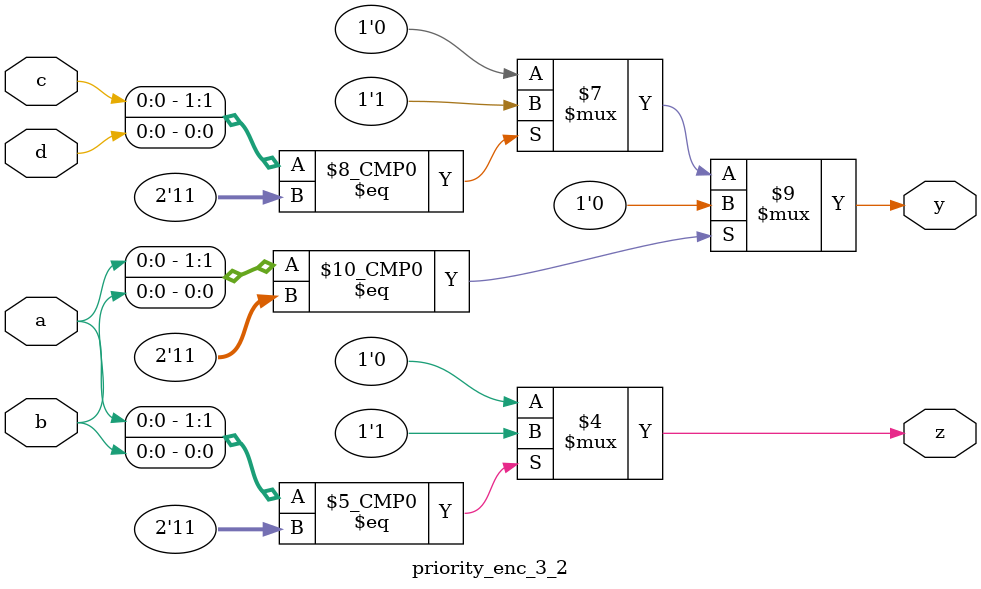
<source format=v>
module priority_enc_3_2(y, z, a, b, c, d);
   output y, z;
   input  a, b, c, d;
   reg 	  y, z;

   always @(a or b or c or d) begin
      {y, z} = 2'b0;
      casez ({a, b, c, d})
	4'b11??: z = 1;
	4'b??11: y = 1;
      endcase
   end
endmodule
   

</source>
